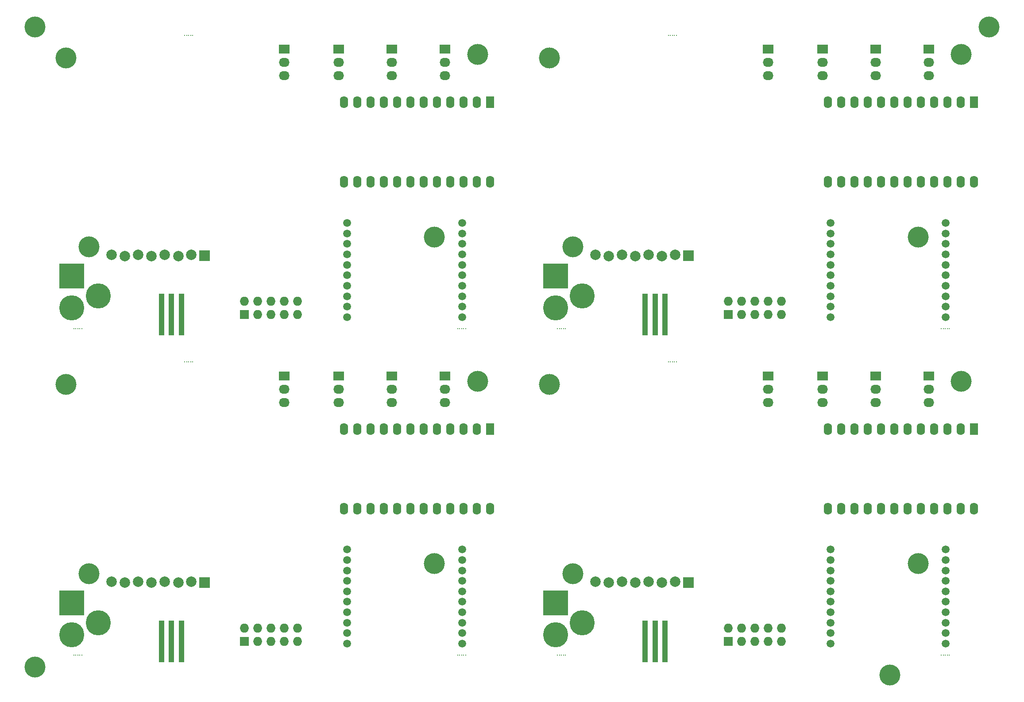
<source format=gbs>
G04 #@! TF.FileFunction,Soldermask,Bot*
%FSLAX46Y46*%
G04 Gerber Fmt 4.6, Leading zero omitted, Abs format (unit mm)*
G04 Created by KiCad (PCBNEW (2015-01-16 BZR 5376)-product) date 12/06/2015 15:21:27*
%MOMM*%
G01*
G04 APERTURE LIST*
%ADD10C,0.100000*%
%ADD11R,1.000000X8.000000*%
%ADD12C,4.000000*%
%ADD13C,0.300000*%
%ADD14C,1.500000*%
%ADD15R,2.032000X1.727200*%
%ADD16O,2.032000X1.727200*%
%ADD17C,4.800600*%
%ADD18R,4.800600X4.800600*%
%ADD19R,1.727200X1.727200*%
%ADD20O,1.727200X1.727200*%
%ADD21C,2.000000*%
%ADD22R,2.000000X2.000000*%
%ADD23R,1.574800X2.286000*%
%ADD24O,1.574800X2.286000*%
G04 APERTURE END LIST*
D10*
D11*
X164208000Y-152569000D03*
X166113000Y-152569000D03*
X168018000Y-152569000D03*
X164208000Y-90069000D03*
X166113000Y-90069000D03*
X168018000Y-90069000D03*
X71708000Y-152569000D03*
X73613000Y-152569000D03*
X75518000Y-152569000D03*
X71708000Y-90069000D03*
X73613000Y-90069000D03*
X75518000Y-90069000D03*
D12*
X47500000Y-157500000D03*
X230000000Y-35000000D03*
X211000000Y-159000000D03*
X47500000Y-35000000D03*
D13*
X77677000Y-99102000D03*
X77296000Y-99102000D03*
X76915000Y-99102000D03*
X76534000Y-99102000D03*
D12*
X123905000Y-137710000D03*
X57865000Y-139615000D03*
X132160000Y-102785000D03*
X53420000Y-103420000D03*
D14*
X129190000Y-153020000D03*
X129190000Y-151020000D03*
X129190000Y-149020000D03*
X129190000Y-147020000D03*
X129190000Y-145020000D03*
X129190000Y-143020000D03*
X129190000Y-141020000D03*
X129190000Y-139020000D03*
X129190000Y-137020000D03*
X129190000Y-135020000D03*
X107190000Y-135020000D03*
X107190000Y-137020000D03*
X107190000Y-139020000D03*
X107190000Y-141020000D03*
X107190000Y-143020000D03*
X107190000Y-145020000D03*
X107190000Y-147020000D03*
X107190000Y-149020000D03*
X107190000Y-151020000D03*
X107190000Y-153020000D03*
D15*
X95203000Y-101769000D03*
D16*
X95203000Y-104309000D03*
X95203000Y-106849000D03*
D15*
X125937000Y-101769000D03*
D16*
X125937000Y-104309000D03*
X125937000Y-106849000D03*
D15*
X115777000Y-101769000D03*
D16*
X115777000Y-104309000D03*
X115777000Y-106849000D03*
D15*
X105617000Y-101769000D03*
D16*
X105617000Y-104309000D03*
X105617000Y-106849000D03*
D17*
X54563000Y-151299000D03*
D18*
X54563000Y-145203000D03*
D17*
X59643000Y-149013000D03*
D19*
X87583000Y-152569000D03*
D20*
X87583000Y-150029000D03*
X90123000Y-152569000D03*
X90123000Y-150029000D03*
X92663000Y-152569000D03*
X92663000Y-150029000D03*
X95203000Y-152569000D03*
X95203000Y-150029000D03*
X97743000Y-152569000D03*
X97743000Y-150029000D03*
D21*
X62183000Y-141139000D03*
X64723000Y-141349000D03*
X67263000Y-141139000D03*
X69823000Y-141349000D03*
X72343000Y-141139000D03*
X74923000Y-141349000D03*
X77423000Y-141139000D03*
D22*
X79973000Y-141299000D03*
D13*
X76153000Y-99102000D03*
X128350000Y-155236000D03*
X128731000Y-155236000D03*
X129112000Y-155236000D03*
X129493000Y-155236000D03*
X129874000Y-155236000D03*
X54944000Y-155236000D03*
X55325000Y-155236000D03*
X55706000Y-155236000D03*
X56087000Y-155236000D03*
X56468000Y-155236000D03*
D23*
X134573000Y-111929000D03*
D24*
X132033000Y-111929000D03*
X129493000Y-111929000D03*
X126953000Y-111929000D03*
X124413000Y-111929000D03*
X121873000Y-111929000D03*
X119333000Y-111929000D03*
X116793000Y-111929000D03*
X114253000Y-111929000D03*
X111713000Y-111929000D03*
X109173000Y-111929000D03*
X106633000Y-111929000D03*
X106633000Y-127169000D03*
X109173000Y-127169000D03*
X111713000Y-127169000D03*
X114253000Y-127169000D03*
X116793000Y-127169000D03*
X119333000Y-127169000D03*
X121873000Y-127169000D03*
X124413000Y-127169000D03*
X126953000Y-127169000D03*
X129493000Y-127169000D03*
X132033000Y-127169000D03*
X134573000Y-127169000D03*
D23*
X227073000Y-111929000D03*
D24*
X224533000Y-111929000D03*
X221993000Y-111929000D03*
X219453000Y-111929000D03*
X216913000Y-111929000D03*
X214373000Y-111929000D03*
X211833000Y-111929000D03*
X209293000Y-111929000D03*
X206753000Y-111929000D03*
X204213000Y-111929000D03*
X201673000Y-111929000D03*
X199133000Y-111929000D03*
X199133000Y-127169000D03*
X201673000Y-127169000D03*
X204213000Y-127169000D03*
X206753000Y-127169000D03*
X209293000Y-127169000D03*
X211833000Y-127169000D03*
X214373000Y-127169000D03*
X216913000Y-127169000D03*
X219453000Y-127169000D03*
X221993000Y-127169000D03*
X224533000Y-127169000D03*
X227073000Y-127169000D03*
D13*
X148968000Y-155236000D03*
X148587000Y-155236000D03*
X148206000Y-155236000D03*
X147825000Y-155236000D03*
X147444000Y-155236000D03*
X222374000Y-155236000D03*
X221993000Y-155236000D03*
X221612000Y-155236000D03*
X221231000Y-155236000D03*
X220850000Y-155236000D03*
X168653000Y-99102000D03*
D21*
X154683000Y-141139000D03*
X157223000Y-141349000D03*
X159763000Y-141139000D03*
X162323000Y-141349000D03*
X164843000Y-141139000D03*
X167423000Y-141349000D03*
X169923000Y-141139000D03*
D22*
X172473000Y-141299000D03*
D19*
X180083000Y-152569000D03*
D20*
X180083000Y-150029000D03*
X182623000Y-152569000D03*
X182623000Y-150029000D03*
X185163000Y-152569000D03*
X185163000Y-150029000D03*
X187703000Y-152569000D03*
X187703000Y-150029000D03*
X190243000Y-152569000D03*
X190243000Y-150029000D03*
D17*
X147063000Y-151299000D03*
D18*
X147063000Y-145203000D03*
D17*
X152143000Y-149013000D03*
D15*
X198117000Y-101769000D03*
D16*
X198117000Y-104309000D03*
X198117000Y-106849000D03*
D15*
X208277000Y-101769000D03*
D16*
X208277000Y-104309000D03*
X208277000Y-106849000D03*
D15*
X218437000Y-101769000D03*
D16*
X218437000Y-104309000D03*
X218437000Y-106849000D03*
D15*
X187703000Y-101769000D03*
D16*
X187703000Y-104309000D03*
X187703000Y-106849000D03*
D14*
X221690000Y-153020000D03*
X221690000Y-151020000D03*
X221690000Y-149020000D03*
X221690000Y-147020000D03*
X221690000Y-145020000D03*
X221690000Y-143020000D03*
X221690000Y-141020000D03*
X221690000Y-139020000D03*
X221690000Y-137020000D03*
X221690000Y-135020000D03*
X199690000Y-135020000D03*
X199690000Y-137020000D03*
X199690000Y-139020000D03*
X199690000Y-141020000D03*
X199690000Y-143020000D03*
X199690000Y-145020000D03*
X199690000Y-147020000D03*
X199690000Y-149020000D03*
X199690000Y-151020000D03*
X199690000Y-153020000D03*
D12*
X145920000Y-103420000D03*
X224660000Y-102785000D03*
X150365000Y-139615000D03*
X216405000Y-137710000D03*
D13*
X169034000Y-99102000D03*
X169415000Y-99102000D03*
X169796000Y-99102000D03*
X170177000Y-99102000D03*
X170177000Y-36602000D03*
X169796000Y-36602000D03*
X169415000Y-36602000D03*
X169034000Y-36602000D03*
D12*
X216405000Y-75210000D03*
X150365000Y-77115000D03*
X224660000Y-40285000D03*
X145920000Y-40920000D03*
D14*
X221690000Y-90520000D03*
X221690000Y-88520000D03*
X221690000Y-86520000D03*
X221690000Y-84520000D03*
X221690000Y-82520000D03*
X221690000Y-80520000D03*
X221690000Y-78520000D03*
X221690000Y-76520000D03*
X221690000Y-74520000D03*
X221690000Y-72520000D03*
X199690000Y-72520000D03*
X199690000Y-74520000D03*
X199690000Y-76520000D03*
X199690000Y-78520000D03*
X199690000Y-80520000D03*
X199690000Y-82520000D03*
X199690000Y-84520000D03*
X199690000Y-86520000D03*
X199690000Y-88520000D03*
X199690000Y-90520000D03*
D15*
X187703000Y-39269000D03*
D16*
X187703000Y-41809000D03*
X187703000Y-44349000D03*
D15*
X218437000Y-39269000D03*
D16*
X218437000Y-41809000D03*
X218437000Y-44349000D03*
D15*
X208277000Y-39269000D03*
D16*
X208277000Y-41809000D03*
X208277000Y-44349000D03*
D15*
X198117000Y-39269000D03*
D16*
X198117000Y-41809000D03*
X198117000Y-44349000D03*
D17*
X147063000Y-88799000D03*
D18*
X147063000Y-82703000D03*
D17*
X152143000Y-86513000D03*
D19*
X180083000Y-90069000D03*
D20*
X180083000Y-87529000D03*
X182623000Y-90069000D03*
X182623000Y-87529000D03*
X185163000Y-90069000D03*
X185163000Y-87529000D03*
X187703000Y-90069000D03*
X187703000Y-87529000D03*
X190243000Y-90069000D03*
X190243000Y-87529000D03*
D21*
X154683000Y-78639000D03*
X157223000Y-78849000D03*
X159763000Y-78639000D03*
X162323000Y-78849000D03*
X164843000Y-78639000D03*
X167423000Y-78849000D03*
X169923000Y-78639000D03*
D22*
X172473000Y-78799000D03*
D13*
X168653000Y-36602000D03*
X220850000Y-92736000D03*
X221231000Y-92736000D03*
X221612000Y-92736000D03*
X221993000Y-92736000D03*
X222374000Y-92736000D03*
X147444000Y-92736000D03*
X147825000Y-92736000D03*
X148206000Y-92736000D03*
X148587000Y-92736000D03*
X148968000Y-92736000D03*
D23*
X227073000Y-49429000D03*
D24*
X224533000Y-49429000D03*
X221993000Y-49429000D03*
X219453000Y-49429000D03*
X216913000Y-49429000D03*
X214373000Y-49429000D03*
X211833000Y-49429000D03*
X209293000Y-49429000D03*
X206753000Y-49429000D03*
X204213000Y-49429000D03*
X201673000Y-49429000D03*
X199133000Y-49429000D03*
X199133000Y-64669000D03*
X201673000Y-64669000D03*
X204213000Y-64669000D03*
X206753000Y-64669000D03*
X209293000Y-64669000D03*
X211833000Y-64669000D03*
X214373000Y-64669000D03*
X216913000Y-64669000D03*
X219453000Y-64669000D03*
X221993000Y-64669000D03*
X224533000Y-64669000D03*
X227073000Y-64669000D03*
D23*
X134573000Y-49429000D03*
D24*
X132033000Y-49429000D03*
X129493000Y-49429000D03*
X126953000Y-49429000D03*
X124413000Y-49429000D03*
X121873000Y-49429000D03*
X119333000Y-49429000D03*
X116793000Y-49429000D03*
X114253000Y-49429000D03*
X111713000Y-49429000D03*
X109173000Y-49429000D03*
X106633000Y-49429000D03*
X106633000Y-64669000D03*
X109173000Y-64669000D03*
X111713000Y-64669000D03*
X114253000Y-64669000D03*
X116793000Y-64669000D03*
X119333000Y-64669000D03*
X121873000Y-64669000D03*
X124413000Y-64669000D03*
X126953000Y-64669000D03*
X129493000Y-64669000D03*
X132033000Y-64669000D03*
X134573000Y-64669000D03*
D13*
X56468000Y-92736000D03*
X56087000Y-92736000D03*
X55706000Y-92736000D03*
X55325000Y-92736000D03*
X54944000Y-92736000D03*
X129874000Y-92736000D03*
X129493000Y-92736000D03*
X129112000Y-92736000D03*
X128731000Y-92736000D03*
X128350000Y-92736000D03*
X76153000Y-36602000D03*
D21*
X62183000Y-78639000D03*
X64723000Y-78849000D03*
X67263000Y-78639000D03*
X69823000Y-78849000D03*
X72343000Y-78639000D03*
X74923000Y-78849000D03*
X77423000Y-78639000D03*
D22*
X79973000Y-78799000D03*
D19*
X87583000Y-90069000D03*
D20*
X87583000Y-87529000D03*
X90123000Y-90069000D03*
X90123000Y-87529000D03*
X92663000Y-90069000D03*
X92663000Y-87529000D03*
X95203000Y-90069000D03*
X95203000Y-87529000D03*
X97743000Y-90069000D03*
X97743000Y-87529000D03*
D17*
X54563000Y-88799000D03*
D18*
X54563000Y-82703000D03*
D17*
X59643000Y-86513000D03*
D15*
X105617000Y-39269000D03*
D16*
X105617000Y-41809000D03*
X105617000Y-44349000D03*
D15*
X115777000Y-39269000D03*
D16*
X115777000Y-41809000D03*
X115777000Y-44349000D03*
D15*
X125937000Y-39269000D03*
D16*
X125937000Y-41809000D03*
X125937000Y-44349000D03*
D15*
X95203000Y-39269000D03*
D16*
X95203000Y-41809000D03*
X95203000Y-44349000D03*
D14*
X129190000Y-90520000D03*
X129190000Y-88520000D03*
X129190000Y-86520000D03*
X129190000Y-84520000D03*
X129190000Y-82520000D03*
X129190000Y-80520000D03*
X129190000Y-78520000D03*
X129190000Y-76520000D03*
X129190000Y-74520000D03*
X129190000Y-72520000D03*
X107190000Y-72520000D03*
X107190000Y-74520000D03*
X107190000Y-76520000D03*
X107190000Y-78520000D03*
X107190000Y-80520000D03*
X107190000Y-82520000D03*
X107190000Y-84520000D03*
X107190000Y-86520000D03*
X107190000Y-88520000D03*
X107190000Y-90520000D03*
D12*
X53420000Y-40920000D03*
X132160000Y-40285000D03*
X57865000Y-77115000D03*
X123905000Y-75210000D03*
D13*
X76534000Y-36602000D03*
X76915000Y-36602000D03*
X77296000Y-36602000D03*
X77677000Y-36602000D03*
M02*

</source>
